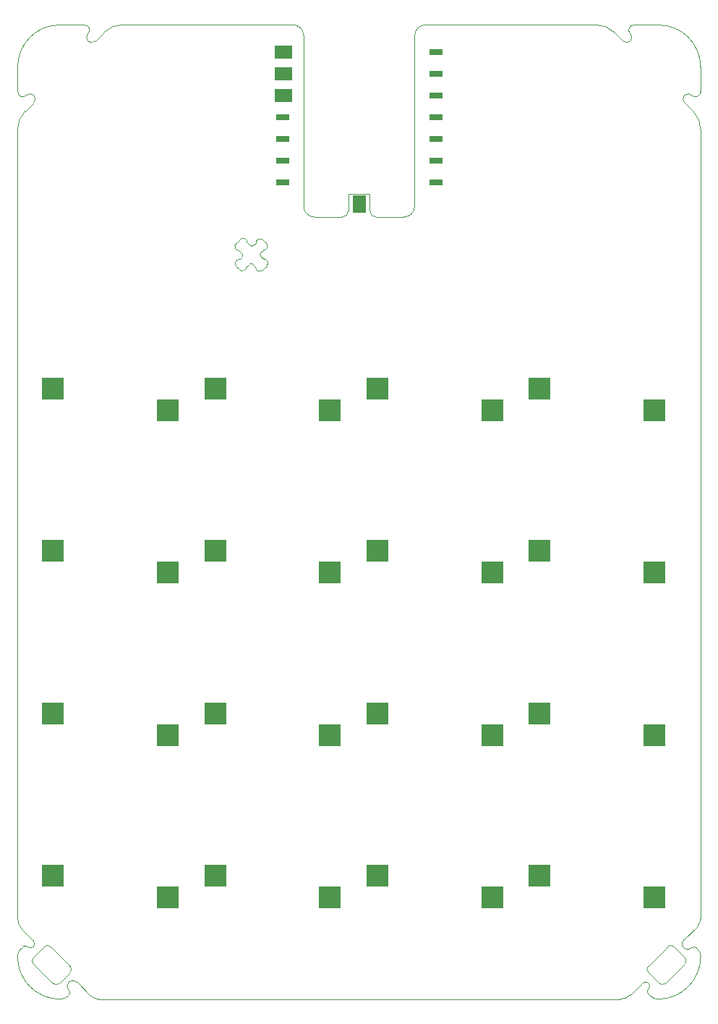
<source format=gbp>
G04*
G04 #@! TF.GenerationSoftware,Altium Limited,Altium Designer,24.7.2 (38)*
G04*
G04 Layer_Color=128*
%FSLAX25Y25*%
%MOIN*%
G70*
G04*
G04 #@! TF.SameCoordinates,4FB6B1DA-FF44-45C5-9F46-3DC55F4CF08E*
G04*
G04*
G04 #@! TF.FilePolarity,Positive*
G04*
G01*
G75*
%ADD18C,0.00394*%
%ADD20R,0.05906X0.03150*%
%ADD21R,0.07874X0.05906*%
%ADD22R,0.05906X0.07874*%
%ADD76R,0.10039X0.09843*%
D18*
X550007Y409047D02*
G03*
X546472Y400512I8535J-8535D01*
G01*
X594779Y448819D02*
G03*
X586243Y445283I0J-12071D01*
G01*
X553944Y412984D02*
G03*
X550593Y416336I-1676J1676D01*
G01*
X546547Y418012D02*
G03*
X550593Y416336I2370J0D01*
G01*
X578955Y444698D02*
G03*
X577279Y448744I-1676J1676D01*
G01*
X578955Y444698D02*
G03*
X582306Y441346I1676J-1676D01*
G01*
X565872Y448744D02*
G03*
X546547Y429419I0J-19325D01*
G01*
X861358D02*
G03*
X842032Y448744I-19325J0D01*
G01*
X825598Y441346D02*
G03*
X828950Y444698I1676J1676D01*
G01*
X830626Y448744D02*
G03*
X828950Y444698I0J-2370D01*
G01*
X857312Y416336D02*
G03*
X861358Y418012I1676J1676D01*
G01*
X857312Y416336D02*
G03*
X853960Y412984I-1676J-1676D01*
G01*
X821661Y445283D02*
G03*
X813125Y448819I-8535J-8535D01*
G01*
X861432Y400512D02*
G03*
X857897Y409047I-12071J0D01*
G01*
X661327Y337646D02*
G03*
X659917Y341006I-1392J1392D01*
G01*
X659708Y344934D02*
G03*
X661119Y348294I19J1968D01*
G01*
X658543Y343770D02*
G03*
X658543Y342378I696J-696D01*
G01*
X659727Y349686D02*
G03*
X656366Y348276I-1392J-1392D01*
G01*
X656157Y337247D02*
G03*
X659518Y335836I1968J-19D01*
G01*
X653811Y347111D02*
G03*
X655203Y347111I696J696D01*
G01*
X654785Y338620D02*
G03*
X653393Y338620I-696J-696D01*
G01*
X652439Y348484D02*
G03*
X649078Y349895I-1968J19D01*
G01*
X648870Y336045D02*
G03*
X652230Y337456I1392J1392D01*
G01*
X650053Y341961D02*
G03*
X650053Y343353I-696J696D01*
G01*
X648888Y340797D02*
G03*
X647477Y337437I-19J-1968D01*
G01*
X647269Y348085D02*
G03*
X648679Y344725I1392J-1392D01*
G01*
X696078Y360236D02*
G03*
X699031Y363189I0J2953D01*
G01*
X708873D02*
G03*
X711826Y360236I2953J0D01*
G01*
X824031Y0D02*
G03*
X829366Y2210I0J7545D01*
G01*
X837261Y4544D02*
G03*
X834481Y7325I-1320J1460D01*
G01*
X842324Y7298D02*
G03*
X845108Y7298I1392J1392D01*
G01*
X837234Y15171D02*
G03*
X837234Y12388I1392J-1392D01*
G01*
X859464Y23622D02*
G03*
X857389Y23718I-1085J-989D01*
G01*
X838140Y1494D02*
G03*
X841747Y-0I3607J3607D01*
G01*
X854135Y16325D02*
G03*
X854135Y19109I-1392J1392D01*
G01*
X853655Y27453D02*
G03*
X857389Y23718I1773J-1961D01*
G01*
X849045Y24199D02*
G03*
X846261Y24199I-1392J-1392D01*
G01*
X837261Y4544D02*
G03*
X837165Y2469I989J-1085D01*
G01*
X861432Y19685D02*
G03*
X860040Y23045I-4752J0D01*
G01*
X859897Y33695D02*
G03*
X861432Y37402I-3706J3706D01*
G01*
X841747Y0D02*
G03*
X861432Y19685I0J19685D01*
G01*
X546472Y37402D02*
G03*
X548682Y32067I7545J0D01*
G01*
X551016Y24171D02*
G03*
X553797Y26952I1460J1320D01*
G01*
X553769Y19108D02*
G03*
X553769Y16325I1392J-1392D01*
G01*
X561643Y24199D02*
G03*
X558859Y24199I-1392J-1392D01*
G01*
X570094Y1969D02*
G03*
X570190Y4043I-989J1085D01*
G01*
X547966Y23292D02*
G03*
X546472Y19685I3607J-3607D01*
G01*
X562796Y7298D02*
G03*
X565580Y7298I1392J1392D01*
G01*
X573924Y7778D02*
G03*
X570190Y4043I-1961J-1773D01*
G01*
X570670Y12388D02*
G03*
X570670Y15171I-1392J1392D01*
G01*
X551016Y24171D02*
G03*
X548941Y24268I-1085J-989D01*
G01*
X566157Y0D02*
G03*
X569517Y1392I0J4752D01*
G01*
X580167Y1535D02*
G03*
X583873Y0I3706J3706D01*
G01*
X546472Y19685D02*
G03*
X566157Y0I19685J0D01*
G01*
X678362Y443819D02*
G03*
X673362Y448819I-5000J0D01*
G01*
X678362Y365236D02*
G03*
X683362Y360236I5000J0D01*
G01*
X724543D02*
G03*
X729543Y365236I0J5000D01*
G01*
X734543Y448819D02*
G03*
X729543Y443819I0J-5000D01*
G01*
X673362Y448819D02*
X594779D01*
X553944Y412984D02*
X550007Y409047D01*
X586243Y445283D02*
X582306Y441346D01*
X577279Y448744D02*
X565872D01*
X546547Y418012D02*
Y429419D01*
X861358Y418012D02*
Y429419D01*
X842032Y448744D02*
X830626D01*
X825598Y441346D02*
X821661Y445283D01*
X857897Y409047D02*
X853960Y412984D01*
X661327Y337646D02*
X660423Y336741D01*
X661049Y348364D02*
X660423Y348990D01*
X659796Y349617D01*
X660423Y336741D02*
X659518Y335836D01*
X659916Y341006D02*
X658543Y342378D01*
X659707Y344934D02*
X658543Y343770D01*
X656367Y348275D02*
X655203Y347111D01*
X656158Y337247D02*
X654785Y338620D01*
X653811Y347111D02*
X652438Y348484D01*
X653393Y338620D02*
X652229Y337456D01*
X650053Y341961D02*
X648889Y340797D01*
X650053Y343353D02*
X648680Y344726D01*
X649078Y349895D02*
X648174Y348990D01*
X648800Y336115D02*
X648174Y336741D01*
X647547Y337368D01*
X648174Y348990D02*
X647269Y348085D01*
X708873Y371063D02*
X699031D01*
X696078Y360236D02*
X683283D01*
X699031Y363189D02*
Y371063D01*
X708873Y363189D02*
Y371063D01*
X724543Y360236D02*
X711826D01*
X838140Y1494D02*
X837165Y2469D01*
X860040Y23045D02*
X859464Y23622D01*
X834481Y7325D02*
X829366Y2210D01*
X842324Y7298D02*
X837234Y12388D01*
X854144Y16333D02*
X845108Y7298D01*
X859897Y33695D02*
X853655Y27453D01*
X854144Y19100D02*
X849036Y24207D01*
X846270Y24207D02*
X837234Y15171D01*
X548941Y24268D02*
X547966Y23292D01*
X570094Y1969D02*
X569517Y1392D01*
X553797Y26952D02*
X548682Y32067D01*
X558859Y24199D02*
X553769Y19108D01*
X562805Y7289D02*
X553769Y16325D01*
X580167Y1535D02*
X573924Y7778D01*
X570679Y12397D02*
X565571Y7289D01*
X570679Y15163D02*
X561643Y24199D01*
X813125Y448819D02*
X735448Y448819D01*
X678362Y365236D02*
Y443819D01*
X729543Y365236D02*
Y366142D01*
Y443819D01*
X735448Y448819D02*
X734543D01*
X824031Y0D02*
X583873Y0D01*
X546472Y400512D02*
X546472Y37402D01*
X861433Y400512D02*
X861432Y37402D01*
D20*
X668558Y376142D02*
D03*
Y396142D02*
D03*
X739346Y376142D02*
D03*
Y386142D02*
D03*
Y396142D02*
D03*
Y406142D02*
D03*
Y416142D02*
D03*
Y426142D02*
D03*
Y436142D02*
D03*
X668558Y406142D02*
D03*
Y386142D02*
D03*
D21*
X668952Y436142D02*
D03*
Y426142D02*
D03*
Y416142D02*
D03*
D22*
X703952Y366142D02*
D03*
D76*
X840133Y46929D02*
D03*
X787181Y56929D02*
D03*
X712377D02*
D03*
X765330Y46929D02*
D03*
X840133Y196535D02*
D03*
X787181Y206535D02*
D03*
X840133Y121732D02*
D03*
X787181Y131732D02*
D03*
X712377Y206535D02*
D03*
X765330Y196535D02*
D03*
X712377Y131732D02*
D03*
X765330Y121732D02*
D03*
X690527Y46929D02*
D03*
X637574Y56929D02*
D03*
X690527Y196535D02*
D03*
X637574Y206535D02*
D03*
X690527Y121732D02*
D03*
X637574Y131732D02*
D03*
X765330Y271339D02*
D03*
X712377Y281339D02*
D03*
X840133Y271339D02*
D03*
X787181Y281339D02*
D03*
X637574Y281339D02*
D03*
X690527Y271339D02*
D03*
X562771Y56929D02*
D03*
X615724Y46929D02*
D03*
X562771Y131732D02*
D03*
X615724Y121732D02*
D03*
X562771Y206535D02*
D03*
X615724Y196535D02*
D03*
X562771Y281339D02*
D03*
X615724Y271339D02*
D03*
M02*

</source>
